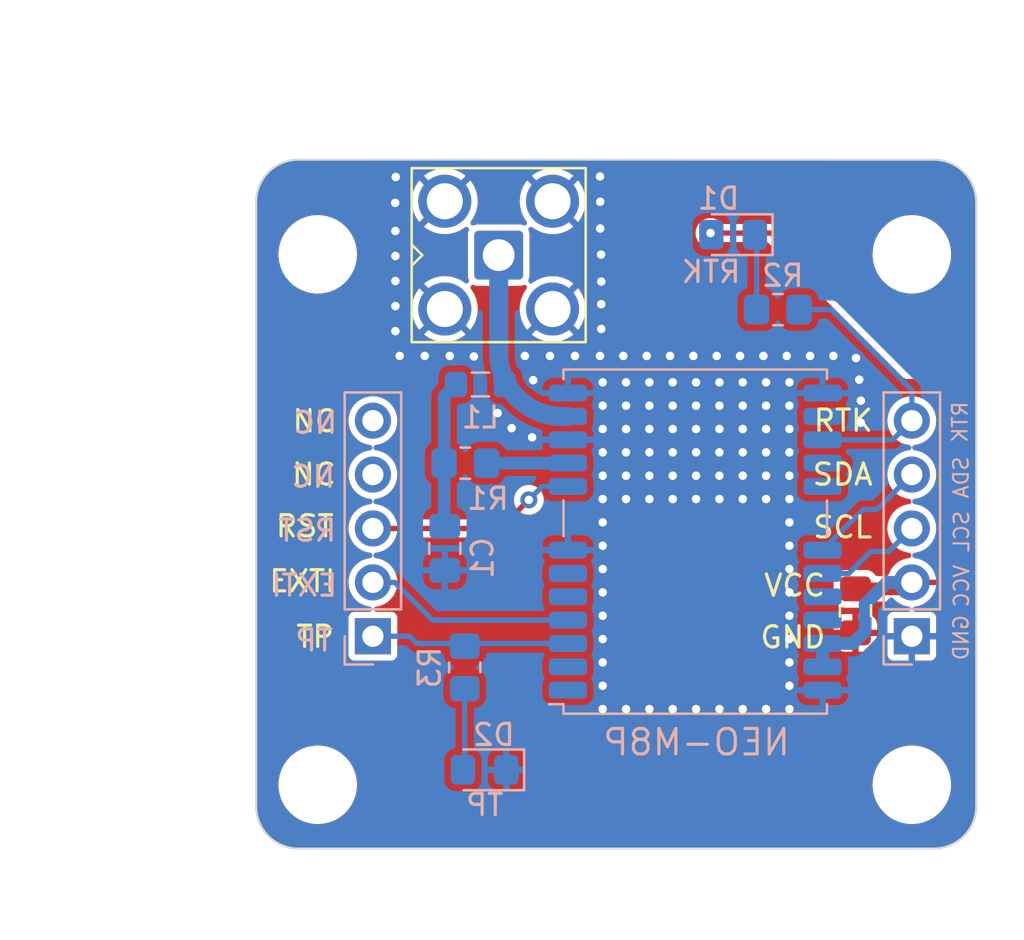
<source format=kicad_pcb>
(kicad_pcb (version 20221018) (generator pcbnew)
  (layers (0 "F.Cu" signal) (31 "B.Cu" signal) (34 "B.Paste" user) (35 "F.Paste" user) (36 "B.SilkS" user "B.Silkscreen") (37 "F.SilkS" user "F.Silkscreen") (38 "B.Mask" user) (39 "F.Mask" user) (44 "Edge.Cuts" user))
  (net 0 "")
  (net 1 "+3V3")
  (net 2 "Net-(C1-Pad1)")
  (net 3 "GND")
  (net 4 "Net-(J1-In)")
  (net 5 "Net-(D1-K)")
  (net 6 "RTK_STAT")
  (net 7 "TIMEPULSE")
  (net 8 "RESET_N")
  (net 9 "EXTINT")
  (net 10 "Net-(D2-A)")
  (net 11 "unconnected-(U1-GEOFENCE_STAT-Pad16)")
  (net 13 "SCL")
  (net 14 "SDA")
  (net 15 "Net-(U1-VCC_RF)")
  (footprint "MountingHole:MountingHole_3.2mm_M3" (layer "F.Cu") (at 95 141)
    (fp_text reference "H3" hide)
    (fp_text value "MountingHole")
    (pad "" np_thru_hole circle (at 0 0) (size 3.2 3.2) (drill 3.2) (layers "*.Cu" "*.Mask"))
  )
  (footprint "MountingHole:MountingHole_3.2mm_M3" (layer "F.Cu") (at 95 116)
    (fp_text reference "H1" hide)
    (fp_text value "MountingHole")
    (pad "" np_thru_hole circle (at 0 0) (size 3.2 3.2) (drill 3.2) (layers "*.Cu" "*.Mask"))
  )
  (footprint "MountingHole:MountingHole_3.2mm_M3" (layer "F.Cu") (at 123 116)
    (fp_text reference "H2" hide)
    (fp_text value "MountingHole")
    (pad "" np_thru_hole circle (at 0 0) (size 3.2 3.2) (drill 3.2) (layers "*.Cu" "*.Mask"))
  )
  (footprint "Capacitor_SMD:C_0805_2012Metric_Pad1.18x1.45mm_HandSolder" (layer "F.Cu") (at 120.34334 132.802694 90)
    (fp_text reference "C2" hide)
    (fp_text value "10uF")
    (fp_line (start -0.261252 -0.735) (end 0.261252 -0.735) (stroke (width 0.12)) (layer "F.SilkS"))
    (fp_line (start -0.261252 0.735) (end 0.261252 0.735) (stroke (width 0.12)) (layer "F.SilkS"))
    (pad "1" smd roundrect (at -1.0375 0 90) (size 1.175 1.45) (layers "F.Cu" "F.Paste" "F.Mask") (roundrect_rratio 0.2127659574) (net 3 "GND"))
    (pad "2" smd roundrect (at 1.0375 0 90) (size 1.175 1.45) (layers "F.Cu" "F.Paste" "F.Mask") (roundrect_rratio 0.2127659574) (net 1 "+3V3"))
  )
  (footprint "MountingHole:MountingHole_3.2mm_M3" (layer "F.Cu") (at 123 141)
    (fp_text reference "H4" hide)
    (fp_text value "MountingHole")
    (pad "" np_thru_hole circle (at 0 0) (size 3.2 3.2) (drill 3.2) (layers "*.Cu" "*.Mask"))
  )
  (footprint "Connector_Coaxial:SMA_Amphenol_901-143_Horizontal" (layer "F.Cu") (at 103.52854 116.038694)
    (fp_text reference "J1" hide)
    (fp_text value "SMA")
    (fp_line (start -4.1 -4.1) (end -4.1 4.1) (stroke (width 0.12)) (layer "F.SilkS"))
    (fp_line (start -4.1 -4.1) (end 4.1 -4.1) (stroke (width 0.12)) (layer "F.SilkS"))
    (fp_line (start -4.1 0.5) (end -3.6 0) (stroke (width 0.12)) (layer "F.SilkS"))
    (fp_line (start -4.1 4.1) (end 4.1 4.1) (stroke (width 0.12)) (layer "F.SilkS"))
    (fp_line (start -3.6 0) (end -4.1 -0.5) (stroke (width 0.12)) (layer "F.SilkS"))
    (fp_line (start 4.1 -4.1) (end 4.1 4.1) (stroke (width 0.12)) (layer "F.SilkS"))
    (fp_line (start 4.3 -4.5) (end -4.3 -4.5) (stroke (width 0.1)) (layer "Edge.Cuts"))
    (pad "1" thru_hole roundrect (at 0 0) (size 2.3 2.3) (drill 1.5) (layers "*.Cu" "*.Mask") (roundrect_rratio 0.087) (net 4 "Net-(J1-In)"))
    (pad "2" thru_hole circle (at -2.54 -2.54) (size 2.5 2.5) (drill 1.7) (layers "*.Cu" "*.Mask") (net 3 "GND"))
    (pad "2" thru_hole circle (at -2.54 2.54) (size 2.5 2.5) (drill 1.7) (layers "*.Cu" "*.Mask") (net 3 "GND"))
    (pad "2" thru_hole circle (at 2.54 -2.54) (size 2.5 2.5) (drill 1.7) (layers "*.Cu" "*.Mask") (net 3 "GND"))
    (pad "2" thru_hole circle (at 2.54 2.54) (size 2.5 2.5) (drill 1.7) (layers "*.Cu" "*.Mask") (net 3 "GND"))
  )
  (footprint "LED_SMD:LED_0805_2012Metric_Pad1.15x1.40mm_HandSolder" (layer "B.Cu") (at 102.86814 140.295694 180)
    (fp_text reference "D2" (at -0.4318 1.65) (layer "B.SilkS") (effects (justify mirror)))
    (fp_text value "TP" (at 0 -1.65) (layer "B.SilkS") (effects (justify mirror)))
    (fp_line (start -1.86 -0.96) (end 1 -0.96) (stroke (width 0.12)) (layer "B.SilkS"))
    (fp_line (start -1.86 0.96) (end -1.86 -0.96) (stroke (width 0.12)) (layer "B.SilkS"))
    (fp_line (start 1 0.96) (end -1.86 0.96) (stroke (width 0.12)) (layer "B.SilkS"))
    (pad "1" smd roundrect (at -1.025 0 180) (size 1.15 1.4) (layers "B.Cu" "B.Paste" "B.Mask") (roundrect_rratio 0.2173913043) (net 3 "GND"))
    (pad "2" smd roundrect (at 1.025 0 180) (size 1.15 1.4) (layers "B.Cu" "B.Paste" "B.Mask") (roundrect_rratio 0.2173913043) (net 10 "Net-(D2-A)"))
  )
  (footprint "Resistor_SMD:R_0805_2012Metric_Pad1.20x1.40mm_HandSolder" (layer "B.Cu") (at 101.92834 135.469694 -90)
    (fp_text reference "R3" (at 0 1.65 90) (layer "B.SilkS") (effects (justify mirror)))
    (fp_text value "1k")
    (fp_line (start -0.227064 -0.735) (end 0.227064 -0.735) (stroke (width 0.12)) (layer "B.SilkS"))
    (fp_line (start -0.227064 0.735) (end 0.227064 0.735) (stroke (width 0.12)) (layer "B.SilkS"))
    (pad "1" smd roundrect (at -1 0 270) (size 1.2 1.4) (layers "B.Cu" "B.Paste" "B.Mask") (roundrect_rratio 0.2083333333) (net 7 "TIMEPULSE"))
    (pad "2" smd roundrect (at 1 0 270) (size 1.2 1.4) (layers "B.Cu" "B.Paste" "B.Mask") (roundrect_rratio 0.2083333333) (net 10 "Net-(D2-A)"))
  )
  (footprint "LED_SMD:LED_0805_2012Metric_Pad1.15x1.40mm_HandSolder" (layer "B.Cu") (at 114.57754 115.073494 180)
    (fp_text reference "D1" (at 0.6858 1.7018) (layer "B.SilkS") (effects (justify mirror)))
    (fp_text value "RTK" (at 1.0414 -1.7526) (layer "B.SilkS") (effects (justify mirror)))
    (fp_line (start -1.86 -0.96) (end 1 -0.96) (stroke (width 0.12)) (layer "B.SilkS"))
    (fp_line (start -1.86 0.96) (end -1.86 -0.96) (stroke (width 0.12)) (layer "B.SilkS"))
    (fp_line (start 1 0.96) (end -1.86 0.96) (stroke (width 0.12)) (layer "B.SilkS"))
    (pad "1" smd roundrect (at -1.025 0 180) (size 1.15 1.4) (layers "B.Cu" "B.Paste" "B.Mask") (roundrect_rratio 0.2173913043) (net 5 "Net-(D1-K)"))
    (pad "2" smd roundrect (at 1.025 0 180) (size 1.15 1.4) (layers "B.Cu" "B.Paste" "B.Mask") (roundrect_rratio 0.2173913043) (net 1 "+3V3"))
  )
  (footprint "Resistor_SMD:R_0805_2012Metric_Pad1.20x1.40mm_HandSolder" (layer "B.Cu") (at 101.95374 125.843094 180)
    (fp_text reference "R1" (at -1.0668 -1.6764) (layer "B.SilkS") (effects (justify mirror)))
    (fp_text value "10")
    (fp_line (start -0.227064 -0.735) (end 0.227064 -0.735) (stroke (width 0.12)) (layer "B.SilkS"))
    (fp_line (start -0.227064 0.735) (end 0.227064 0.735) (stroke (width 0.12)) (layer "B.SilkS"))
    (pad "1" smd roundrect (at -1 0 180) (size 1.2 1.4) (layers "B.Cu" "B.Paste" "B.Mask") (roundrect_rratio 0.2083333333) (net 15 "Net-(U1-VCC_RF)"))
    (pad "2" smd roundrect (at 1 0 180) (size 1.2 1.4) (layers "B.Cu" "B.Paste" "B.Mask") (roundrect_rratio 0.2083333333) (net 2 "Net-(C1-Pad1)"))
  )
  (footprint "RF_GPS:ublox_NEO" (layer "B.Cu") (at 112.792 129.54)
    (fp_text reference "U1" hide)
    (fp_text value "NEO-M8P")
    (fp_line (start -6.9 7.66) (end -6.21 7.66) (stroke (width 0.12)) (layer "B.SilkS"))
    (fp_line (start -6.21 -8.11) (end 6.21 -8.11) (stroke (width 0.12)) (layer "B.SilkS"))
    (fp_line (start -6.21 -7.66) (end -6.21 -8.11) (stroke (width 0.12)) (layer "B.SilkS"))
    (fp_line (start -6.21 -0.26) (end -6.21 -1.94) (stroke (width 0.12)) (layer "B.SilkS"))
    (fp_line (start -6.21 8.11) (end -6.21 7.66) (stroke (width 0.12)) (layer "B.SilkS"))
    (fp_line (start -6.21 8.11) (end 6.21 8.11) (stroke (width 0.12)) (layer "B.SilkS"))
    (fp_line (start 6.21 -7.66) (end 6.21 -8.1) (stroke (width 0.12)) (layer "B.SilkS"))
    (fp_line (start 6.21 -0.26) (end 6.21 -1.94) (stroke (width 0.12)) (layer "B.SilkS"))
    (fp_line (start 6.21 8.11) (end 6.21 7.66) (stroke (width 0.12)) (layer "B.SilkS"))
    (pad "1" smd roundrect (at -6 7) (size 1.8 0.8) (layers "B.Cu" "B.Paste" "B.Mask"))
    (pad "2" smd roundrect (at -6 5.9) (size 1.8 0.8) (layers "B.Cu" "B.Paste" "B.Mask"))
    (pad "3" smd roundrect (at -6 4.8) (size 1.8 0.8) (layers "B.Cu" "B.Paste" "B.Mask") (net 7 "TIMEPULSE"))
    (pad "4" smd roundrect (at -6 3.7) (size 1.8 0.8) (layers "B.Cu" "B.Paste" "B.Mask") (net 9 "EXTINT"))
    (pad "5" smd roundrect (at -6 2.6) (size 1.8 0.8) (layers "B.Cu" "B.Paste" "B.Mask"))
    (pad "6" smd roundrect (at -6 1.5) (size 1.8 0.8) (layers "B.Cu" "B.Paste" "B.Mask"))
    (pad "7" smd roundrect (at -6 0.4) (size 1.8 0.8) (layers "B.Cu" "B.Paste" "B.Mask") (net 3 "GND"))
    (pad "8" smd roundrect (at -6 -2.6) (size 1.8 0.8) (layers "B.Cu" "B.Paste" "B.Mask") (net 8 "RESET_N"))
    (pad "9" smd roundrect (at -6 -3.7) (size 1.8 0.8) (layers "B.Cu" "B.Paste" "B.Mask") (net 15 "Net-(U1-VCC_RF)"))
    (pad "10" smd roundrect (at -6 -4.8) (size 1.8 0.8) (layers "B.Cu" "B.Paste" "B.Mask") (net 3 "GND"))
    (pad "11" smd roundrect (at -6 -5.9) (size 1.8 0.8) (layers "B.Cu" "B.Paste" "B.Mask") (net 4 "Net-(J1-In)"))
    (pad "12" smd roundrect (at -6 -7) (size 1.8 0.8) (layers "B.Cu" "B.Paste" "B.Mask") (net 3 "GND"))
    (pad "13" smd roundrect (at 6 -7) (size 1.8 0.8) (layers "B.Cu" "B.Paste" "B.Mask") (net 3 "GND"))
    (pad "14" smd roundrect (at 6 -5.9) (size 1.8 0.8) (layers "B.Cu" "B.Paste" "B.Mask"))
    (pad "15" smd roundrect (at 6 -4.8) (size 1.8 0.8) (layers "B.Cu" "B.Paste" "B.Mask") (net 6 "RTK_STAT"))
    (pad "16" smd roundrect (at 6 -3.7) (size 1.8 0.8) (layers "B.Cu" "B.Paste" "B.Mask") (net 11 "unconnected-(U1-GEOFENCE_STAT-Pad16)"))
    (pad "17" smd roundrect (at 6 -2.6) (size 1.8 0.8) (layers "B.Cu" "B.Paste" "B.Mask"))
    (pad "18" smd roundrect (at 6 0.4) (size 1.8 0.8) (layers "B.Cu" "B.Paste" "B.Mask") (net 14 "SDA"))
    (pad "19" smd roundrect (at 6 1.5) (size 1.8 0.8) (layers "B.Cu" "B.Paste" "B.Mask") (net 13 "SCL"))
    (pad "20" smd roundrect (at 6 2.6) (size 1.8 0.8) (layers "B.Cu" "B.Paste" "B.Mask"))
    (pad "21" smd roundrect (at 6 3.7) (size 1.8 0.8) (layers "B.Cu" "B.Paste" "B.Mask"))
    (pad "22" smd roundrect (at 6 4.8) (size 1.8 0.8) (layers "B.Cu" "B.Paste" "B.Mask") (net 1 "+3V3"))
    (pad "23" smd roundrect (at 6 5.9) (size 1.8 0.8) (layers "B.Cu" "B.Paste" "B.Mask") (net 1 "+3V3"))
    (pad "24" smd roundrect (at 6 7) (size 1.8 0.8) (layers "B.Cu" "B.Paste" "B.Mask") (net 3 "GND"))
  )
  (footprint "Connector_PinHeader_2.54mm:PinHeader_1x05_P2.54mm_Vertical" (layer "B.Cu") (at 97.6 134)
    (fp_text reference "J3" hide)
    (fp_text value "Conn_01x05")
    (fp_line (start -1.33 -11.49) (end 1.33 -11.49) (stroke (width 0.12)) (layer "B.SilkS"))
    (fp_line (start -1.33 -1.27) (end -1.33 -11.49) (stroke (width 0.12)) (layer "B.SilkS"))
    (fp_line (start -1.33 -1.27) (end 1.33 -1.27) (stroke (width 0.12)) (layer "B.SilkS"))
    (fp_line (start -1.33 0) (end -1.33 1.33) (stroke (width 0.12)) (layer "B.SilkS"))
    (fp_line (start -1.33 1.33) (end 0 1.33) (stroke (width 0.12)) (layer "B.SilkS"))
    (fp_line (start 1.33 -1.27) (end 1.33 -11.49) (stroke (width 0.12)) (layer "B.SilkS"))
    (pad "1" thru_hole rect (at 0 0) (size 1.7 1.7) (drill 1) (layers "*.Cu" "*.Mask") (net 7 "TIMEPULSE"))
    (pad "2" thru_hole oval (at 0 -2.54) (size 1.7 1.7) (drill 1) (layers "*.Cu" "*.Mask") (net 9 "EXTINT"))
    (pad "3" thru_hole oval (at 0 -5.08) (size 1.7 1.7) (drill 1) (layers "*.Cu" "*.Mask") (net 8 "RESET_N"))
    (pad "4" thru_hole oval (at 0 -7.62) (size 1.7 1.7) (drill 1) (layers "*.Cu" "*.Mask"))
    (pad "5" thru_hole oval (at 0 -10.16) (size 1.7 1.7) (drill 1) (layers "*.Cu" "*.Mask"))
  )
  (footprint "Connector_PinHeader_2.54mm:PinHeader_1x05_P2.54mm_Vertical" (layer "B.Cu") (at 123 134)
    (fp_text reference "J4" hide)
    (fp_text value "Conn_01x05")
    (fp_line (start -1.33 -11.49) (end 1.33 -11.49) (stroke (width 0.12)) (layer "B.SilkS"))
    (fp_line (start -1.33 -1.27) (end -1.33 -11.49) (stroke (width 0.12)) (layer "B.SilkS"))
    (fp_line (start -1.33 -1.27) (end 1.33 -1.27) (stroke (width 0.12)) (layer "B.SilkS"))
    (fp_line (start -1.33 0) (end -1.33 1.33) (stroke (width 0.12)) (layer "B.SilkS"))
    (fp_line (start -1.33 1.33) (end 0 1.33) (stroke (width 0.12)) (layer "B.SilkS"))
    (fp_line (start 1.33 -1.27) (end 1.33 -11.49) (stroke (width 0.12)) (layer "B.SilkS"))
    (pad "1" thru_hole rect (at 0 0) (size 1.7 1.7) (drill 1) (layers "*.Cu" "*.Mask") (net 3 "GND"))
    (pad "2" thru_hole oval (at 0 -2.54) (size 1.7 1.7) (drill 1) (layers "*.Cu" "*.Mask") (net 1 "+3V3"))
    (pad "3" thru_hole oval (at 0 -5.08) (size 1.7 1.7) (drill 1) (layers "*.Cu" "*.Mask") (net 13 "SCL"))
    (pad "4" thru_hole oval (at 0 -7.62) (size 1.7 1.7) (drill 1) (layers "*.Cu" "*.Mask") (net 14 "SDA"))
    (pad "5" thru_hole oval (at 0 -10.16) (size 1.7 1.7) (drill 1) (layers "*.Cu" "*.Mask") (net 6 "RTK_STAT"))
  )
  (footprint "Capacitor_SMD:C_0805_2012Metric_Pad1.18x1.45mm_HandSolder" (layer "B.Cu") (at 100.98854 129.856294 -90)
    (fp_text reference "C1" (at 0.4572 -1.778 90) (layer "B.SilkS") (effects (justify mirror)))
    (fp_text value "47pF")
    (fp_line (start -0.261252 -0.735) (end 0.261252 -0.735) (stroke (width 0.12)) (layer "B.SilkS"))
    (fp_line (start -0.261252 0.735) (end 0.261252 0.735) (stroke (width 0.12)) (layer "B.SilkS"))
    (pad "1" smd roundrect (at -1.0375 0 270) (size 1.175 1.45) (layers "B.Cu" "B.Paste" "B.Mask") (roundrect_rratio 0.2127659574) (net 2 "Net-(C1-Pad1)"))
    (pad "2" smd roundrect (at 1.0375 0 270) (size 1.175 1.45) (layers "B.Cu" "B.Paste" "B.Mask") (roundrect_rratio 0.2127659574) (net 3 "GND"))
  )
  (footprint "Inductor_SMD:L_0805_2012Metric_Pad1.05x1.20mm_HandSolder" (layer "B.Cu") (at 102.66494 122.134694)
    (fp_text reference "L1" (at 0 1.55) (layer "B.SilkS") (effects (justify mirror)))
    (fp_text value "27nH")
    (fp_line (start -0.410242 -0.56) (end 0.410242 -0.56) (stroke (width 0.12)) (layer "B.SilkS"))
    (fp_line (start -0.410242 0.56) (end 0.410242 0.56) (stroke (width 0.12)) (layer "B.SilkS"))
    (pad "1" smd roundrect (at -1.15 0) (size 1.05 1.2) (layers "B.Cu" "B.Paste" "B.Mask") (roundrect_rratio 0.2380952381) (net 2 "Net-(C1-Pad1)"))
    (pad "2" smd roundrect (at 1.15 0) (size 1.05 1.2) (layers "B.Cu" "B.Paste" "B.Mask") (roundrect_rratio 0.2380952381) (net 4 "Net-(J1-In)"))
  )
  (footprint "Resistor_SMD:R_0805_2012Metric_Pad1.20x1.40mm_HandSolder" (layer "B.Cu") (at 116.68574 118.604094 180)
    (fp_text reference "R2" (at -0.2286 1.6002) (layer "B.SilkS") (effects (justify mirror)))
    (fp_text value "1k")
    (fp_line (start -0.227064 -0.735) (end 0.227064 -0.735) (stroke (width 0.12)) (layer "B.SilkS"))
    (fp_line (start -0.227064 0.735) (end 0.227064 0.735) (stroke (width 0.12)) (layer "B.SilkS"))
    (pad "1" smd roundrect (at -1 0 180) (size 1.2 1.4) (layers "B.Cu" "B.Paste" "B.Mask") (roundrect_rratio 0.2083333333) (net 6 "RTK_STAT"))
    (pad "2" smd roundrect (at 1 0 180) (size 1.2 1.4) (layers "B.Cu" "B.Paste" "B.Mask") (roundrect_rratio 0.2083333333) (net 5 "Net-(D1-K)"))
  )
  (gr_line (start 107.82854 111.538694) (end 124.033401 111.542433) (stroke (width 0.1)) (layer "Edge.Cuts"))
  (gr_arc (start 92.09854 113.541716) (mid 92.683907 112.127923) (end 94.097362 111.541717) (stroke (width 0.1)) (layer "Edge.Cuts"))
  (gr_line (start 124.03294 144.004094) (end 94.09854 144.004094) (stroke (width 0.1)) (layer "Edge.Cuts"))
  (gr_line (start 99.22854 111.538694) (end 94.097362 111.541717) (stroke (width 0.1)) (layer "Edge.Cuts"))
  (gr_arc (start 124.033401 111.542433) (mid 125.447279 112.128399) (end 126.03294 113.542433) (stroke (width 0.1)) (layer "Edge.Cuts"))
  (gr_line (start 126.03294 113.542433) (end 126.03294 142.004094) (stroke (width 0.1)) (layer "Edge.Cuts"))
  (gr_arc (start 94.09854 144.004094) (mid 92.684326 143.418308) (end 92.09854 142.004094) (stroke (width 0.1)) (layer "Edge.Cuts"))
  (gr_arc (start 126.03294 142.004094) (mid 125.447158 143.418326) (end 124.03294 144.004094) (stroke (width 0.1)) (layer "Edge.Cuts"))
  (gr_line (start 92.09854 142.004094) (end 92.09854 113.541716) (stroke (width 0.1)) (layer "Edge.Cuts"))
  (gr_text "RST" (at 95.95934 129.602294) (layer "B.SilkS") (effects (font (size 1 1)) (justify left bottom mirror)))
  (gr_text "EXTI" (at 96.01014 132.193094) (layer "B.SilkS") (effects (font (size 1 1)) (justify left bottom mirror)))
  (gr_text "VCC" (at 125.75354 130.567494 90) (layer "B.SilkS") (effects (font (size 0.7 0.7) (thickness 0.1) bold) (justify left bottom mirror)))
  (gr_text "SCL" (at 125.75354 128.027494 90) (layer "B.SilkS") (effects (font (size 0.7 0.7) (thickness 0.1) bold) (justify left bottom mirror)))
  (gr_text "TP" (at 95.80694 134.783894) (layer "B.SilkS") (effects (font (size 1 1)) (justify left bottom mirror)))
  (gr_text "NC" (at 95.90854 127.062294) (layer "B.SilkS") (effects (font (size 1 1)) (justify left bottom mirror)))
  (gr_text "NC" (at 96.01014 124.522294) (layer "B.SilkS") (effects (font (size 1 1)) (justify left bottom mirror)))
  (gr_text "SDA" (at 125.72814 125.462094 90) (layer "B.SilkS") (effects (font (size 0.7 0.7) (thickness 0.1) bold) (justify left bottom mirror)))
  (gr_text "NEO-M8P" (at 117.348 139.7) (layer "B.SilkS") (effects (font (size 1.2 1.2)) (justify left bottom mirror)))
  (gr_text "GND" (at 125.72814 132.929694 90) (layer "B.SilkS") (effects (font (size 0.7 0.7) (thickness 0.1) bold) (justify left bottom mirror)))
  (gr_text "RTK" (at 125.67734 122.871294 90) (layer "B.SilkS") (effects (font (size 0.7 0.7) (thickness 0.1) bold) (justify left bottom mirror)))
  (gr_text "TP" (at 93.90194 134.606094) (layer "F.SilkS") (effects (font (size 1 1)) (justify left bottom)))
  (gr_text "SDA" (at 118.23514 126.960694) (layer "F.SilkS") (effects (font (size 1 1)) (justify left bottom)))
  (gr_text "RST" (at 92.93674 129.399094) (layer "F.SilkS") (effects (font (size 1 1)) (justify left bottom)))
  (gr_text "GND" (at 115.77134 134.631494) (layer "F.SilkS") (effects (font (size 1 1)) (justify left bottom)))
  (gr_text "NC" (at 93.72414 124.446094) (layer "F.SilkS") (effects (font (size 1 1)) (justify left bottom)))
  (gr_text "RTK" (at 118.28594 124.420694) (layer "F.SilkS") (effects (font (size 1 1)) (justify left bottom)))
  (gr_text "EXTI" (at 92.63194 131.989894) (layer "F.SilkS") (effects (font (size 1 1)) (justify left bottom)))
  (gr_text "NC" (at 93.69874 126.960694) (layer "F.SilkS") (effects (font (size 1 1)) (justify left bottom)))
  (gr_text "VCC" (at 115.94914 132.193094) (layer "F.SilkS") (effects (font (size 1 1)) (justify left bottom)))
  (gr_text "SCL" (at 118.26054 129.449894) (layer "F.SilkS") (effects (font (size 1 1)) (justify left bottom)))
  (segment (start 113.51074 114.997294) (end 116.38094 114.997294) (width 0.25) (layer "F.Cu") (net 1))
  (segment (start 125.071246 131.46) (end 123 131.46) (width 0.25) (layer "F.Cu") (net 1))
  (segment (start 125.09314 121.652094) (end 125.09314 131.438106) (width 0.25) (layer "F.Cu") (net 1))
  (segment (start 122.694806 131.765194) (end 123 131.46) (width 0.6) (layer "F.Cu") (net 1))
  (segment (start 124.88994 121.448894) (end 125.09314 121.652094) (width 0.25) (layer "F.Cu") (net 1))
  (segment (start 125.09314 131.438106) (end 125.071246 131.46) (width 0.25) (layer "F.Cu") (net 1))
  (segment (start 116.38094 114.997294) (end 122.83254 121.448894) (width 0.25) (layer "F.Cu") (net 1))
  (segment (start 122.83254 121.448894) (end 124.88994 121.448894) (width 0.25) (layer "F.Cu") (net 1))
  (segment (start 120.34334 131.765194) (end 122.694806 131.765194) (width 0.6) (layer "F.Cu") (net 1))
  (via (at 113.51074 114.997294) (size 0.8) (drill 0.4) (layers "F.Cu" "B.Cu") (net 1))
  (segment (start 118.792 135.44) (end 118.792 134.34) (width 0.6) (layer "B.Cu") (net 1))
  (segment (start 120.80054 132.497894) (end 121.838434 131.46) (width 0.6) (layer "B.Cu") (net 1))
  (segment (start 121.838434 131.46) (end 123 131.46) (width 0.6) (layer "B.Cu") (net 1))
  (segment (start 120.80054 133.767894) (end 120.80054 132.497894) (width 0.6) (layer "B.Cu") (net 1))
  (segment (start 118.792 134.34) (end 120.228434 134.34) (width 0.6) (layer "B.Cu") (net 1))
  (segment (start 120.228434 134.34) (end 120.80054 133.767894) (width 0.6) (layer "B.Cu") (net 1))
  (segment (start 100.95374 125.843094) (end 100.95374 122.695894) (width 0.6) (layer "B.Cu") (net 2))
  (segment (start 100.95374 128.783994) (end 100.98854 128.818794) (width 0.6) (layer "B.Cu") (net 2))
  (segment (start 100.95374 122.695894) (end 101.51494 122.134694) (width 0.6) (layer "B.Cu") (net 2))
  (segment (start 100.95374 125.843094) (end 100.95374 128.783994) (width 0.6) (layer "B.Cu") (net 2))
  (via (at 108.43074 126.433094) (size 0.8) (drill 0.4) (layers "F.Cu" "B.Cu") (net 3))
  (via (at 105.15414 121.931494) (size 0.8) (drill 0.4) (layers "F.Cu" "B.Cu") (net 3))
  (via (at 112.83074 122.033094) (size 0.8) (drill 0.4) (layers "F.Cu" "B.Cu") (net 3))
  (via (at 115.03074 137.433094) (size 0.8) (drill 0.4) (layers "F.Cu" "B.Cu") (net 3))
  (via (at 110.50374 120.788494) (size 0.8) (drill 0.4) (layers "F.Cu" "B.Cu") (net 3))
  (via (at 120.36874 120.890094) (size 0.8) (drill 0.4) (layers "F.Cu" "B.Cu") (net 3))
  (via (at 102.36014 120.813894) (size 0.8) (drill 0.4) (layers "F.Cu" "B.Cu") (net 3))
  (via (at 108.31254 113.524094) (size 0.8) (drill 0.4) (layers "F.Cu" "B.Cu") (net 3))
  (via (at 113.80374 120.788494) (size 0.8) (drill 0.4) (layers "F.Cu" "B.Cu") (net 3))
  (via (at 110.63074 123.133094) (size 0.8) (drill 0.4) (layers "F.Cu" "B.Cu") (net 3))
  (via (at 108.43074 130.833094) (size 0.8) (drill 0.4) (layers "F.Cu" "B.Cu") (net 3))
  (via (at 108.30374 112.330294) (size 0.8) (drill 0.4) (layers "F.Cu" "B.Cu") (net 3))
  (via (at 115.03074 127.533094) (size 0.8) (drill 0.4) (layers "F.Cu" "B.Cu") (net 3))
  (via (at 116.13074 125.333094) (size 0.8) (drill 0.4) (layers "F.Cu" "B.Cu") (net 3))
  (via (at 117.10374 120.788494) (size 0.8) (drill 0.4) (layers "F.Cu" "B.Cu") (net 3))
  (via (at 108.35454 116.013294) (size 0.8) (drill 0.4) (layers "F.Cu" "B.Cu") (net 3))
  (via (at 110.63074 126.433094) (size 0.8) (drill 0.4) (layers "F.Cu" "B.Cu") (net 3))
  (via (at 109.53074 137.433094) (size 0.8) (drill 0.4) (layers "F.Cu" "B.Cu") (net 3))
  (via (at 113.93074 124.233094) (size 0.8) (drill 0.4) (layers "F.Cu" "B.Cu") (net 3))
  (via (at 116.00374 120.788494) (size 0.8) (drill 0.4) (layers "F.Cu" "B.Cu") (net 3))
  (via (at 116.13074 126.433094) (size 0.8) (drill 0.4) (layers "F.Cu" "B.Cu") (net 3))
  (via (at 112.83074 124.233094) (size 0.8) (drill 0.4) (layers "F.Cu" "B.Cu") (net 3))
  (via (at 107.12374 120.788494) (size 0.8) (drill 0.4) (layers "F.Cu" "B.Cu") (net 3))
  (via (at 118.20374 120.788494) (size 0.8) (drill 0.4) (layers "F.Cu" "B.Cu") (net 3))
  (via (at 109.53074 126.433094) (size 0.8) (drill 0.4) (layers "F.Cu" "B.Cu") (net 3))
  (via (at 117.23074 126.433094) (size 0.8) (drill 0.4) (layers "F.Cu" "B.Cu") (net 3))
  (via (at 109.53074 122.033094) (size 0.8) (drill 0.4) (layers "F.Cu" "B.Cu") (net 3))
  (via (at 109.53074 125.333094) (size 0.8) (drill 0.4) (layers "F.Cu" "B.Cu") (net 3))
  (via (at 108.31254 114.782594) (size 0.8) (drill 0.4) (layers "F.Cu" "B.Cu") (net 3))
  (via (at 111.73074 127.533094) (size 0.8) (drill 0.4) (layers "F.Cu" "B.Cu") (net 3))
  (via (at 108.43074 123.133094) (size 0.8) (drill 0.4) (layers "F.Cu" "B.Cu") (net 3))
  (via (at 108.43074 137.433094) (size 0.8) (drill 0.4) (layers "F.Cu" "B.Cu") (net 3))
  (via (at 111.73074 126.433094) (size 0.8) (drill 0.4) (layers "F.Cu" "B.Cu") (net 3))
  (via (at 117.23074 124.233094) (size 0.8) (drill 0.4) (layers "F.Cu" "B.Cu") (net 3))
  (via (at 114.90374 120.788494) (size 0.8) (drill 0.4) (layers "F.Cu" "B.Cu") (net 3))
  (via (at 115.03074 124.233094) (size 0.8) (drill 0.4) (layers "F.Cu" "B.Cu") (net 3))
  (via (at 112.83074 125.333094) (size 0.8) (drill 0.4) (layers "F.Cu" "B.Cu") (net 3))
  (via (at 110.63074 124.233094) (size 0.8) (drill 0.4) (layers "F.Cu" "B.Cu") (net 3))
  (via (at 120.59734 123.938094) (size 0.8) (drill 0.4) (layers "F.Cu" "B.Cu") (net 3))
  (via (at 98.66054 119.620094) (size 0.8) (drill 0.4) (layers "F.Cu" "B.Cu") (net 3))
  (via (at 115.03074 122.033094) (size 0.8) (drill 0.4) (layers "F.Cu" "B.Cu") (net 3))
  (via (at 105.10334 124.623894) (size 0.8) (drill 0.4) (layers "F.Cu" "B.Cu") (net 3))
  (via (at 117.23074 135.233094) (size 0.8) (drill 0.4) (layers "F.Cu" "B.Cu") (net 3))
  (via (at 113.93074 127.533094) (size 0.8) (drill 0.4) (layers "F.Cu" "B.Cu") (net 3))
  (via (at 117.23074 134.133094) (size 0.8) (drill 0.4) (layers "F.Cu" "B.Cu") (net 3))
  (via (at 117.23074 133.033094) (size 0.8) (drill 0.4) (layers "F.Cu" "B.Cu") (net 3))
  (via (at 101.22374 120.788494) (size 0.8) (drill 0.4) (layers "F.Cu" "B.Cu") (net 3))
  (via (at 108.43074 122.033094) (size 0.8) (drill 0.4) (layers "F.Cu" "B.Cu") (net 3))
  (via (at 98.67714 112.355694) (size 0.8) (drill 0.4) (layers "F.Cu" "B.Cu") (net 3))
  (via (at 115.03074 126.433094) (size 0.8) (drill 0.4) (layers "F.Cu" "B.Cu") (net 3))
  (via (at 116.13074 137.433094) (size 0.8) (drill 0.4) (layers "F.Cu" "B.Cu") (net 3))
  (via (at 98.66054 117.260094) (size 0.8) (drill 0.4) (layers "F.Cu" "B.Cu") (net 3))
  (via (at 120.59734 122.896694) (size 0.8) (drill 0.4) (layers "F.Cu" "B.Cu") (net 3))
  (via (at 117.23074 127.533094) (size 0.8) (drill 0.4) (layers "F.Cu" "B.Cu") (net 3))
  (via (at 108.36334 118.350094) (size 0.8) (drill 0.4) (layers "F.Cu" "B.Cu") (net 3))
  (via (at 115.03074 123.133094) (size 0.8) (drill 0.4) (layers "F.Cu" "B.Cu") (net 3))
  (via (at 98.66054 116.080094) (size 0.8) (drill 0.4) (layers "F.Cu" "B.Cu") (net 3))
  (via (at 117.23074 125.333094) (size 0.8) (drill 0.4) (layers "F.Cu" "B.Cu") (net 3))
  (via (at 108.43074 136.333094) (size 0.8) (drill 0.4) (layers "F.Cu" "B.Cu") (net 3))
  (via (at 111.73074 125.333094) (size 0.8) (drill 0.4) (layers "F.Cu" "B.Cu") (net 3))
  (via (at 108.43074 131.933094) (size 0.8) (drill 0.4) (layers "F.Cu" "B.Cu") (net 3))
  (via (at 117.23074 129.733094) (size 0.8) (drill 0.4) (layers "F.Cu" "B.Cu") (net 3))
  (via (at 119.30374 120.788494) (size 0.8) (drill 0.4) (layers "F.Cu" "B.Cu") (net 3))
  (via (at 116.13074 124.233094) (size 0.8) (drill 0.4) (layers "F.Cu" "B.Cu") (net 3))
  (via (at 116.13074 123.133094) (size 0.8) (drill 0.4) (layers "F.Cu" "B.Cu") (net 3))
  (via (at 108.43074 128.633094) (size 0.8) (drill 0.4) (layers "F.Cu" "B.Cu") (net 3))
  (via (at 113.93074 123.133094) (size 0.8) (drill 0.4) (layers "F.Cu" "B.Cu") (net 3))
  (via (at 110.63074 127.533094) (size 0.8) (drill 0.4) (layers "F.Cu" "B.Cu") (net 3))
  (via (at 113.93074 125.333094) (size 0.8) (drill 0.4) (layers "F.Cu" "B.Cu") (net 3))
  (via (at 108.43074 125.333094) (size 0.8) (drill 0.4) (layers "F.Cu" "B.Cu") (net 3))
  (via (at 108.43074 134.133094) (size 0.8) (drill 0.4) (layers "F.Cu" "B.Cu") (net 3))
  (via (at 105.94374 120.788494) (size 0.8) (drill 0.4) (layers "F.Cu" "B.Cu") (net 3))
  (via (at 117.23074 137.433094) (size 0.8) (drill 0.4) (layers "F.Cu" "B.Cu") (net 3))
  (via (at 111.73074 137.433094) (size 0.8) (drill 0.4) (layers "F.Cu" "B.Cu") (net 3))
  (via (at 112.83074 127.533094) (size 0.8) (drill 0.4) (layers "F.Cu" "B.Cu") (net 3))
  (via (at 108.43074 129.733094) (size 0.8) (drill 0.4) (layers "F.Cu" "B.Cu") (net 3))
  (via (at 110.63074 122.033094) (size 0.8) (drill 0.4) (layers "F.Cu" "B.Cu") (net 3))
  (via (at 111.73074 122.033094) (size 0.8) (drill 0.4) (layers "F.Cu" "B.Cu") (net 3))
  (via (at 108.43074 127.533094) (size 0.8) (drill 0.4) (layers "F.Cu" "B.Cu") (net 3))
  (via (at 117.23074 131.933094) (size 0.8) (drill 0.4) (layers "F.Cu" "B.Cu") (net 3))
  (via (at 103.47774 123.480894) (size 0.8) (drill 0.4) (layers "F.Cu" "B.Cu") (net 3))
  (via (at 108.43074 133.033094) (size 0.8) (drill 0.4) (layers "F.Cu" "B.Cu") (net 3))
  (via (at 117.23074 122.033094) (size 0.8) (drill 0.4) (layers "F.Cu" "B.Cu") (net 3))
  (via (at 112.83074 137.433094) (size 0.8) (drill 0.4) (layers "F.Cu" "B.Cu") (net 3))
  (via (at 111.73074 124.233094) (size 0.8) (drill 0.4) (layers "F.Cu" "B.Cu") (net 3))
  (via (at 98.65174 113.574894) (size 0.8) (drill 0.4) (layers "F.Cu" "B.Cu") (net 3))
  (via (at 109.53074 127.533094) (size 0.8) (drill 0.4) (layers "F.Cu" "B.Cu") (net 3))
  (via (at 110.63074 125.333094) (size 0.8) (drill 0.4) (layers "F.Cu" "B.Cu") (net 3))
  (via (at 112.83074 123.133094) (size 0.8) (drill 0.4) (layers "F.Cu" "B.Cu") (net 3))
  (via (at 108.36334 117.281594) (size 0.8) (drill 0.4) (layers "F.Cu" "B.Cu") (net 3))
  (via (at 98.66054 114.900094) (size 0.8) (drill 0.4) (layers "F.Cu" "B.Cu") (net 3))
  (via (at 109.40374 120.788494) (size 0.8) (drill 0.4) (layers "F.Cu" "B.Cu") (net 3))
  (via (at 113.93074 137.433094) (size 0.8) (drill 0.4) (layers "F.Cu" "B.Cu") (net 3))
  (via (at 116.13074 122.033094) (size 0.8) (drill 0.4) (layers "F.Cu" "B.Cu") (net 3))
  (via (at 111.60374 120.788494) (size 0.8) (drill 0.4) (layers "F.Cu" "B.Cu") (net 3))
  (via (at 117.23074 123.133094) (size 0.8) (drill 0.4) (layers "F.Cu" "B.Cu") (net 3))
  (via (at 112.83074 126.433094) (size 0.8) (drill 0.4) (layers "F.Cu" "B.Cu") (net 3))
  (via (at 113.93074 122.033094) (size 0.8) (drill 0.4) (layers "F.Cu" "B.Cu") (net 3))
  (via (at 116.13074 127.533094) (size 0.8) (drill 0.4) (layers "F.Cu" "B.Cu") (net 3))
  (via (at 113.93074 126.433094) (size 0.8) (drill 0.4) (layers "F.Cu" "B.Cu") (net 3))
  (via (at 108.43074 135.233094) (size 0.8) (drill 0.4) (layers "F.Cu" "B.Cu") (net 3))
  (via (at 108.30374 120.788494) (size 0.8) (drill 0.4) (layers "F.Cu" "B.Cu") (net 3))
  (via (at 117.23074 128.633094) (size 0.8) (drill 0.4) (layers "F.Cu" "B.Cu") (net 3))
  (via (at 98.86374 120.788494) (size 0.8) (drill 0.4) (layers "F.Cu" "B.Cu") (net 3))
  (via (at 120.52114 121.906094) (size 0.8) (drill 0.4) (layers "F.Cu" "B.Cu") (net 3))
  (via (at 104.13814 124.192094) (size 0.8) (drill 0.4) (layers "F.Cu" "B.Cu") (net 3))
  (via (at 109.53074 124.233094) (size 0.8) (drill 0.4) (layers "F.Cu" "B.Cu") (net 3))
  (via (at 100.04374 120.788494) (size 0.8) (drill 0.4) (layers "F.Cu" "B.Cu") (net 3))
  (via (at 108.36334 119.518494) (size 0.8) (drill 0.4) (layers "F.Cu" "B.Cu") (net 3))
  (via (at 108.43074 124.233094) (size 0.8) (drill 0.4) (layers "F.Cu" "B.Cu") (net 3))
  (via (at 112.70374 120.788494) (size 0.8) (drill 0.4) (layers "F.Cu" "B.Cu") (net 3))
  (via (at 109.53074 123.133094) (size 0.8) (drill 0.4) (layers "F.Cu" "B.Cu") (net 3))
  (via (at 111.73074 123.133094) (size 0.8) (drill 0.4) (layers "F.Cu" "B.Cu") (net 3))
  (via (at 117.23074 130.833094) (size 0.8) (drill 0.4) (layers "F.Cu" "B.Cu") (net 3))
  (via (at 110.63074 137.433094) (size 0.8) (drill 0.4) (layers "F.Cu" "B.Cu") (net 3))
  (via (at 117.23074 136.333094) (size 0.8) (drill 0.4) (layers "F.Cu" "B.Cu") (net 3))
  (via (at 115.03074 125.333094) (size 0.8) (drill 0.4) (layers "F.Cu" "B.Cu") (net 3))
  (via (at 104.76374 120.788494) (size 0.8) (drill 0.4) (layers "F.Cu" "B.Cu") (net 3))
  (via (at 98.66054 118.440094) (size 0.8) (drill 0.4) (layers "F.Cu" "B.Cu") (net 3))
  (segment (start 104.40722 122.759374) (end 104.409167 122.761321) (width 0.9) (layer "B.Cu") (net 4))
  (segment (start 103.52854 116.038694) (end 103.52854 120.638053) (width 0.9) (layer "B.Cu") (net 4))
  (segment (start 106.530487 123.64) (end 106.792 123.64) (width 0.9) (layer "B.Cu") (net 4))
  (arc (start 104.40722 122.759374) (mid 103.756901 121.786104) (end 103.52854 120.638053) (width 0.9) (layer "B.Cu") (net 4))
  (arc (start 104.409167 122.761321) (mid 105.382437 123.411639) (end 106.530487 123.64) (width 0.9) (layer "B.Cu") (net 4))
  (segment (start 115.68574 115.156694) (end 115.60254 115.073494) (width 0.25) (layer "B.Cu") (net 5))
  (segment (start 115.68574 118.604094) (end 115.68574 115.156694) (width 0.25) (layer "B.Cu") (net 5))
  (segment (start 117.68574 118.604094) (end 119.20034 118.604094) (width 0.25) (layer "B.Cu") (net 6))
  (segment (start 118.792 124.74) (end 122.1 124.74) (width 0.25) (layer "B.Cu") (net 6))
  (segment (start 119.20034 118.604094) (end 123 122.403754) (width 0.25) (layer "B.Cu") (net 6))
  (segment (start 123 122.403754) (end 123 123.84) (width 0.25) (layer "B.Cu") (net 6))
  (segment (start 122.1 124.74) (end 123 123.84) (width 0.25) (layer "B.Cu") (net 6))
  (segment (start 99.341046 134) (end 99.681046 134.34) (width 0.25) (layer "B.Cu") (net 7))
  (segment (start 99.681046 134.34) (end 106.792 134.34) (width 0.25) (layer "B.Cu") (net 7))
  (segment (start 97.6 134) (end 99.341046 134) (width 0.25) (layer "B.Cu") (net 7))
  (segment (start 97.6 128.92) (end 103.601234 128.92) (width 0.25) (layer "F.Cu") (net 8))
  (segment (start 103.601234 128.92) (end 104.95094 127.570294) (width 0.25) (layer "F.Cu") (net 8))
  (via (at 104.95094 127.570294) (size 0.8) (drill 0.4) (layers "F.Cu" "B.Cu") (net 8))
  (segment (start 104.95094 127.570294) (end 105.00174 127.519494) (width 0.25) (layer "B.Cu") (net 8))
  (segment (start 106.792 126.94) (end 105.581234 126.94) (width 0.25) (layer "B.Cu") (net 8))
  (segment (start 105.581234 126.94) (end 104.95094 127.570294) (width 0.25) (layer "B.Cu") (net 8))
  (segment (start 97.6 131.46) (end 98.629846 131.46) (width 0.25) (layer "B.Cu") (net 9))
  (segment (start 100.409846 133.24) (end 106.792 133.24) (width 0.25) (layer "B.Cu") (net 9))
  (segment (start 98.629846 131.46) (end 100.409846 133.24) (width 0.25) (layer "B.Cu") (net 9))
  (segment (start 101.92834 136.469694) (end 101.92834 140.210494) (width 0.25) (layer "B.Cu") (net 10))
  (segment (start 101.92834 140.210494) (end 101.84314 140.295694) (width 0.25) (layer "B.Cu") (net 10))
  (segment (start 118.792 125.84) (end 119.778 125.84) (width 0.3) (layer "B.Cu") (net 11))
  (segment (start 121.911306 130.008694) (end 123 128.92) (width 0.25) (layer "B.Cu") (net 13))
  (segment (start 120.023234 131.04) (end 121.05454 130.008694) (width 0.25) (layer "B.Cu") (net 13))
  (segment (start 121.05454 130.008694) (end 121.911306 130.008694) (width 0.25) (layer "B.Cu") (net 13))
  (segment (start 118.792 131.04) (end 120.023234 131.04) (width 0.25) (layer "B.Cu") (net 13))
  (segment (start 120.704506 128.027494) (end 121.352506 128.027494) (width 0.25) (layer "B.Cu") (net 14))
  (segment (start 121.352506 128.027494) (end 123 126.38) (width 0.25) (layer "B.Cu") (net 14))
  (segment (start 118.792 129.94) (end 120.704506 128.027494) (width 0.25) (layer "B.Cu") (net 14))
  (segment (start 106.792 125.84) (end 102.956834 125.84) (width 0.6) (layer "B.Cu") (net 15))
  (segment (start 102.956834 125.84) (end 102.95374 125.843094) (width 0.6) (layer "B.Cu") (net 15))
  (zone (net 3) (net_name "GND") (layers "F&B.Cu") (connect_pads (clearance 0.3)) (min_thickness 0.25) (fill yes (thermal_gap 0.3) (thermal_bridge_width 0.3))
    (polygon (pts (xy 80.026 148.336) (xy 80.28 107.188) (xy 128.286 106.934) (xy 128.1684 148.2852)))
  )
)
</source>
